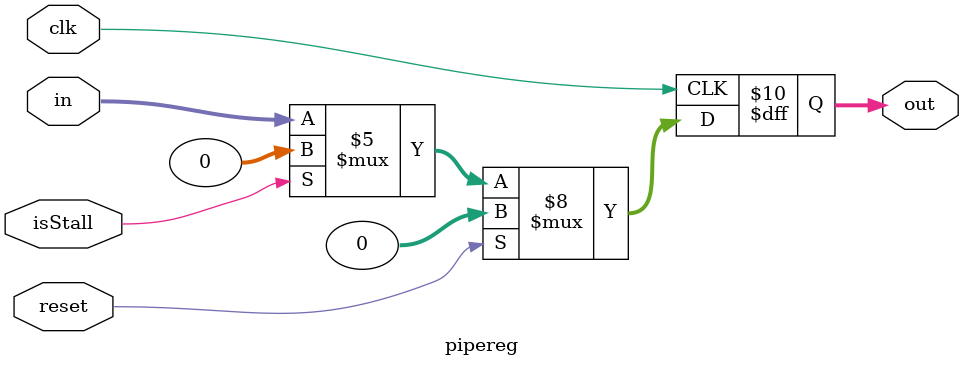
<source format=v>
`timescale 1ns / 1ps
module pipereg #(parameter WIDTH = 32)(
    input clk,
    input reset,
    input isStall,
    input [WIDTH - 1:0] in,
    output reg [WIDTH - 1:0] out
    );
	always@(posedge clk) begin
		if(reset == 1) begin
			out <= 0;
		end else begin 
			if(isStall == 0) begin
				out <= in;
			end else out <= 0;
		end
	end

endmodule

</source>
